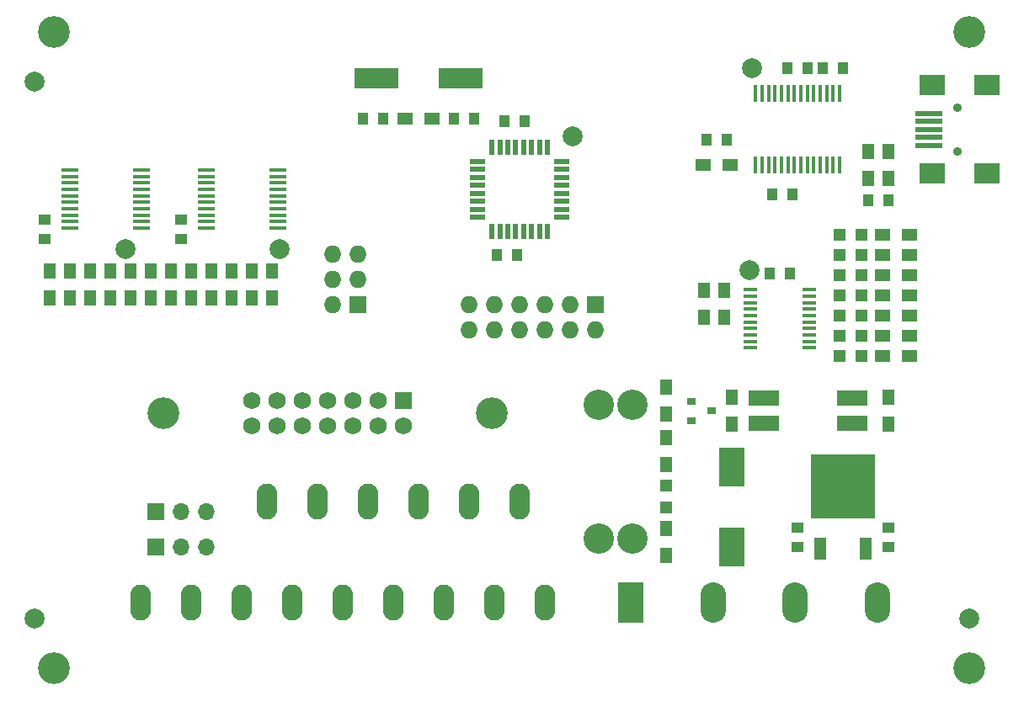
<source format=gts>
G04 #@! TF.FileFunction,Soldermask,Top*
%FSLAX46Y46*%
G04 Gerber Fmt 4.6, Leading zero omitted, Abs format (unit mm)*
G04 Created by KiCad (PCBNEW 4.0.7-e2-6376~61~ubuntu18.04.1) date Sun Dec  8 19:52:44 2019*
%MOMM*%
%LPD*%
G01*
G04 APERTURE LIST*
%ADD10C,0.100000*%
%ADD11R,2.800000X0.500000*%
%ADD12R,2.500000X2.000000*%
%ADD13C,0.900000*%
%ADD14C,2.000000*%
%ADD15C,3.200000*%
%ADD16R,1.000000X1.250000*%
%ADD17R,2.500000X4.000000*%
%ADD18R,1.250000X1.000000*%
%ADD19R,1.200000X1.200000*%
%ADD20R,1.727200X1.727200*%
%ADD21O,1.727200X1.727200*%
%ADD22R,0.900000X0.800000*%
%ADD23R,1.300000X1.500000*%
%ADD24R,1.500000X1.300000*%
%ADD25R,0.450000X1.750000*%
%ADD26R,0.550000X1.600000*%
%ADD27R,1.600000X0.550000*%
%ADD28R,4.500000X2.000000*%
%ADD29R,1.200000X2.200000*%
%ADD30R,1.320800X1.320800*%
%ADD31R,1.320800X1.447800*%
%ADD32C,3.048000*%
%ADD33R,1.700000X1.700000*%
%ADD34O,1.700000X1.700000*%
%ADD35R,1.450000X0.450000*%
%ADD36R,1.750000X0.450000*%
%ADD37R,2.540000X4.064000*%
%ADD38O,2.540000X4.064000*%
%ADD39O,2.082800X3.606800*%
%ADD40R,3.100000X1.600000*%
%ADD41C,1.727200*%
G04 APERTURE END LIST*
D10*
D11*
X91946000Y-15380000D03*
X91946000Y-14580000D03*
X91946000Y-13780000D03*
X91946000Y-12980000D03*
X91946000Y-12180000D03*
D12*
X92296000Y-18230000D03*
X97796000Y-18230000D03*
X92296000Y-9330000D03*
X97796000Y-9330000D03*
D13*
X94796000Y-15980000D03*
X94796000Y-11580000D03*
D14*
X56134000Y-14478000D03*
X74168000Y-7620000D03*
X73914000Y-27940000D03*
X2032000Y-9000000D03*
D15*
X4000000Y-4000000D03*
X96000000Y-4000000D03*
D14*
X11176000Y-25848000D03*
X26670000Y-25848000D03*
X2000000Y-63000000D03*
X96000000Y-63000000D03*
D15*
X4000000Y-68000000D03*
D16*
X87868000Y-20892000D03*
X85868000Y-20892000D03*
D17*
X72136000Y-55756000D03*
X72136000Y-47756000D03*
D18*
X78740000Y-55804000D03*
X78740000Y-53804000D03*
D16*
X81296000Y-7620000D03*
X83296000Y-7620000D03*
D18*
X87884000Y-55804000D03*
X87884000Y-53804000D03*
D16*
X79740000Y-7620000D03*
X77740000Y-7620000D03*
X76216000Y-20320000D03*
X78216000Y-20320000D03*
X71612000Y-14796000D03*
X69612000Y-14796000D03*
X49292000Y-12954000D03*
X51292000Y-12954000D03*
X48530000Y-26416000D03*
X50530000Y-26416000D03*
X75962000Y-28258000D03*
X77962000Y-28258000D03*
X44212000Y-12700000D03*
X46212000Y-12700000D03*
D18*
X16764000Y-24816000D03*
X16764000Y-22816000D03*
X3048000Y-24816000D03*
X3048000Y-22816000D03*
D16*
X37068000Y-12700000D03*
X35068000Y-12700000D03*
D19*
X65532000Y-51840000D03*
X65532000Y-49640000D03*
X85174000Y-36576000D03*
X82974000Y-36576000D03*
X85174000Y-34544000D03*
X82974000Y-34544000D03*
X85174000Y-32512000D03*
X82974000Y-32512000D03*
X85174000Y-30480000D03*
X82974000Y-30480000D03*
X85174000Y-28448000D03*
X82974000Y-28448000D03*
X85174000Y-26416000D03*
X82974000Y-26416000D03*
X85174000Y-24384000D03*
X82974000Y-24384000D03*
D20*
X58420000Y-31436000D03*
D21*
X58420000Y-33976000D03*
X55880000Y-31436000D03*
X55880000Y-33976000D03*
X53340000Y-31436000D03*
X53340000Y-33976000D03*
X50800000Y-31436000D03*
X50800000Y-33976000D03*
X48260000Y-31436000D03*
X48260000Y-33976000D03*
X45720000Y-31436000D03*
X45720000Y-33976000D03*
D20*
X34544000Y-31436000D03*
D21*
X32004000Y-31436000D03*
X34544000Y-28896000D03*
X32004000Y-28896000D03*
X34544000Y-26356000D03*
X32004000Y-26356000D03*
D22*
X68088000Y-41154000D03*
X68088000Y-43054000D03*
X70088000Y-42104000D03*
D23*
X87884000Y-15986000D03*
X87884000Y-18686000D03*
X85852000Y-15986000D03*
X85852000Y-18686000D03*
X65532000Y-56662000D03*
X65532000Y-53962000D03*
D24*
X87296000Y-36576000D03*
X89996000Y-36576000D03*
X87296000Y-34544000D03*
X89996000Y-34544000D03*
X87296000Y-32512000D03*
X89996000Y-32512000D03*
X87296000Y-30480000D03*
X89996000Y-30480000D03*
X87296000Y-28448000D03*
X89996000Y-28448000D03*
D23*
X72136000Y-40754000D03*
X72136000Y-43454000D03*
X65532000Y-42438000D03*
X65532000Y-39738000D03*
X87884000Y-40754000D03*
X87884000Y-43454000D03*
X65532000Y-44818000D03*
X65532000Y-47518000D03*
D24*
X89996000Y-26416000D03*
X87296000Y-26416000D03*
X89996000Y-24384000D03*
X87296000Y-24384000D03*
D23*
X69342000Y-32656000D03*
X69342000Y-29956000D03*
X71374000Y-32656000D03*
X71374000Y-29956000D03*
D24*
X71962000Y-17336000D03*
X69262000Y-17336000D03*
X41990000Y-12700000D03*
X39290000Y-12700000D03*
D23*
X19812000Y-30754000D03*
X19812000Y-28054000D03*
X21844000Y-30754000D03*
X21844000Y-28054000D03*
X23876000Y-30754000D03*
X23876000Y-28054000D03*
X25908000Y-30754000D03*
X25908000Y-28054000D03*
X3556000Y-30754000D03*
X3556000Y-28054000D03*
X5588000Y-30754000D03*
X5588000Y-28054000D03*
X7620000Y-30754000D03*
X7620000Y-28054000D03*
X9652000Y-30754000D03*
X9652000Y-28054000D03*
X11684000Y-30754000D03*
X11684000Y-28054000D03*
X13716000Y-30754000D03*
X13716000Y-28054000D03*
X15748000Y-30754000D03*
X15748000Y-28054000D03*
X17780000Y-30754000D03*
X17780000Y-28054000D03*
D25*
X74515000Y-17380000D03*
X75165000Y-17380000D03*
X75815000Y-17380000D03*
X76465000Y-17380000D03*
X77115000Y-17380000D03*
X77765000Y-17380000D03*
X78415000Y-17380000D03*
X79065000Y-17380000D03*
X79715000Y-17380000D03*
X80365000Y-17380000D03*
X81015000Y-17380000D03*
X81665000Y-17380000D03*
X82315000Y-17380000D03*
X82965000Y-17380000D03*
X82965000Y-10180000D03*
X82315000Y-10180000D03*
X81665000Y-10180000D03*
X81015000Y-10180000D03*
X80365000Y-10180000D03*
X79715000Y-10180000D03*
X79065000Y-10180000D03*
X78415000Y-10180000D03*
X77765000Y-10180000D03*
X77115000Y-10180000D03*
X76465000Y-10180000D03*
X75815000Y-10180000D03*
X75165000Y-10180000D03*
X74515000Y-10180000D03*
D26*
X53600000Y-15562000D03*
X52800000Y-15562000D03*
X52000000Y-15562000D03*
X51200000Y-15562000D03*
X50400000Y-15562000D03*
X49600000Y-15562000D03*
X48800000Y-15562000D03*
X48000000Y-15562000D03*
D27*
X46550000Y-17012000D03*
X46550000Y-17812000D03*
X46550000Y-18612000D03*
X46550000Y-19412000D03*
X46550000Y-20212000D03*
X46550000Y-21012000D03*
X46550000Y-21812000D03*
X46550000Y-22612000D03*
D26*
X48000000Y-24062000D03*
X48800000Y-24062000D03*
X49600000Y-24062000D03*
X50400000Y-24062000D03*
X51200000Y-24062000D03*
X52000000Y-24062000D03*
X52800000Y-24062000D03*
X53600000Y-24062000D03*
D27*
X55050000Y-22612000D03*
X55050000Y-21812000D03*
X55050000Y-21012000D03*
X55050000Y-20212000D03*
X55050000Y-19412000D03*
X55050000Y-18612000D03*
X55050000Y-17812000D03*
X55050000Y-17012000D03*
D28*
X36390000Y-8636000D03*
X44890000Y-8636000D03*
D15*
X96000000Y-68000000D03*
D29*
X81032000Y-55956000D03*
X85592000Y-55956000D03*
D30*
X80772000Y-48454000D03*
X80772000Y-52264000D03*
X80772000Y-50994000D03*
X80772000Y-49724000D03*
D31*
X80772000Y-47184000D03*
D30*
X82042000Y-52264000D03*
X83312000Y-52264000D03*
X84582000Y-52264000D03*
X85852000Y-52264000D03*
X82042000Y-50994000D03*
X82042000Y-49724000D03*
X82042000Y-48454000D03*
D31*
X82042000Y-47184000D03*
D30*
X83312000Y-50994000D03*
X83312000Y-49724000D03*
X83312000Y-48454000D03*
D31*
X83312000Y-47184000D03*
D30*
X84582000Y-50994000D03*
X84582000Y-49724000D03*
X84582000Y-48454000D03*
D31*
X84582000Y-47184000D03*
D30*
X85852000Y-50994000D03*
X85852000Y-49724000D03*
X85852000Y-48454000D03*
D31*
X85852000Y-47184000D03*
D32*
X62153800Y-41469000D03*
X58750200Y-41469000D03*
X62153800Y-54931000D03*
X58750200Y-54931000D03*
D33*
X14224000Y-55820000D03*
D34*
X16764000Y-55820000D03*
X19304000Y-55820000D03*
D33*
X14224000Y-52264000D03*
D34*
X16764000Y-52264000D03*
X19304000Y-52264000D03*
D35*
X74012000Y-29905000D03*
X74012000Y-30555000D03*
X74012000Y-31205000D03*
X74012000Y-31855000D03*
X74012000Y-32505000D03*
X74012000Y-33155000D03*
X74012000Y-33805000D03*
X74012000Y-34455000D03*
X74012000Y-35105000D03*
X74012000Y-35755000D03*
X79912000Y-35755000D03*
X79912000Y-35105000D03*
X79912000Y-34455000D03*
X79912000Y-33805000D03*
X79912000Y-33155000D03*
X79912000Y-32505000D03*
X79912000Y-31855000D03*
X79912000Y-31205000D03*
X79912000Y-30555000D03*
X79912000Y-29905000D03*
D36*
X26460000Y-23693000D03*
X26460000Y-23043000D03*
X26460000Y-22393000D03*
X26460000Y-21743000D03*
X26460000Y-21093000D03*
X26460000Y-20443000D03*
X26460000Y-19793000D03*
X26460000Y-19143000D03*
X26460000Y-18493000D03*
X26460000Y-17843000D03*
X19260000Y-17843000D03*
X19260000Y-18493000D03*
X19260000Y-19143000D03*
X19260000Y-19793000D03*
X19260000Y-20443000D03*
X19260000Y-21093000D03*
X19260000Y-21743000D03*
X19260000Y-22393000D03*
X19260000Y-23043000D03*
X19260000Y-23693000D03*
X12744000Y-23693000D03*
X12744000Y-23043000D03*
X12744000Y-22393000D03*
X12744000Y-21743000D03*
X12744000Y-21093000D03*
X12744000Y-20443000D03*
X12744000Y-19793000D03*
X12744000Y-19143000D03*
X12744000Y-18493000D03*
X12744000Y-17843000D03*
X5544000Y-17843000D03*
X5544000Y-18493000D03*
X5544000Y-19143000D03*
X5544000Y-19793000D03*
X5544000Y-20443000D03*
X5544000Y-21093000D03*
X5544000Y-21743000D03*
X5544000Y-22393000D03*
X5544000Y-23043000D03*
X5544000Y-23693000D03*
D37*
X61976000Y-61408000D03*
D38*
X70231000Y-61408000D03*
X78486000Y-61408000D03*
X86741000Y-61408000D03*
D39*
X27940000Y-61408000D03*
X33020000Y-61408000D03*
X38100000Y-61408000D03*
X25400000Y-51248000D03*
X30480000Y-51248000D03*
X35560000Y-51248000D03*
X43180000Y-61408000D03*
X48260000Y-61408000D03*
X53340000Y-61408000D03*
X40640000Y-51248000D03*
X45720000Y-51248000D03*
X50800000Y-51248000D03*
D40*
X75311000Y-40834000D03*
X84201000Y-43374000D03*
X75311000Y-43374000D03*
X84201000Y-40834000D03*
D39*
X12700000Y-61408000D03*
X17780000Y-61408000D03*
X22860000Y-61408000D03*
D20*
X39116000Y-41088000D03*
D41*
X39116000Y-43628000D03*
X36576000Y-41088000D03*
X36576000Y-43628000D03*
X34036000Y-41088000D03*
X34036000Y-43628000D03*
X31496000Y-41088000D03*
X31496000Y-43628000D03*
X28956000Y-41088000D03*
X28956000Y-43628000D03*
X26416000Y-41088000D03*
X26416000Y-43628000D03*
X23876000Y-41088000D03*
X23876000Y-43628000D03*
D15*
X48006000Y-42358000D03*
X14986000Y-42358000D03*
M02*

</source>
